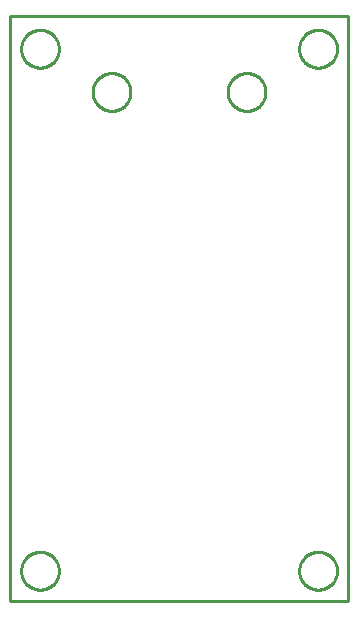
<source format=gbr>
G04 EAGLE Gerber RS-274X export*
G75*
%MOMM*%
%FSLAX34Y34*%
%LPD*%
%IN*%
%IPPOS*%
%AMOC8*
5,1,8,0,0,1.08239X$1,22.5*%
G01*
%ADD10C,0.254000*%


D10*
X0Y0D02*
X286260Y0D01*
X286260Y495200D01*
X0Y495200D01*
X0Y0D01*
X41400Y466836D02*
X41332Y465791D01*
X41195Y464752D01*
X40990Y463725D01*
X40719Y462713D01*
X40383Y461721D01*
X39982Y460753D01*
X39518Y459814D01*
X38995Y458906D01*
X38413Y458035D01*
X37775Y457204D01*
X37084Y456417D01*
X36343Y455676D01*
X35556Y454985D01*
X34725Y454348D01*
X33854Y453766D01*
X32946Y453242D01*
X32007Y452778D01*
X31039Y452377D01*
X30047Y452041D01*
X29035Y451770D01*
X28008Y451565D01*
X26969Y451429D01*
X25924Y451360D01*
X24876Y451360D01*
X23831Y451429D01*
X22792Y451565D01*
X21765Y451770D01*
X20753Y452041D01*
X19761Y452377D01*
X18793Y452778D01*
X17854Y453242D01*
X16946Y453766D01*
X16075Y454348D01*
X15244Y454985D01*
X14457Y455676D01*
X13716Y456417D01*
X13025Y457204D01*
X12388Y458035D01*
X11806Y458906D01*
X11282Y459814D01*
X10818Y460753D01*
X10417Y461721D01*
X10081Y462713D01*
X9810Y463725D01*
X9605Y464752D01*
X9469Y465791D01*
X9400Y466836D01*
X9400Y467884D01*
X9469Y468929D01*
X9605Y469968D01*
X9810Y470995D01*
X10081Y472007D01*
X10417Y472999D01*
X10818Y473967D01*
X11282Y474906D01*
X11806Y475814D01*
X12388Y476685D01*
X13025Y477516D01*
X13716Y478303D01*
X14457Y479044D01*
X15244Y479735D01*
X16075Y480373D01*
X16946Y480955D01*
X17854Y481478D01*
X18793Y481942D01*
X19761Y482343D01*
X20753Y482679D01*
X21765Y482950D01*
X22792Y483155D01*
X23831Y483292D01*
X24876Y483360D01*
X25924Y483360D01*
X26969Y483292D01*
X28008Y483155D01*
X29035Y482950D01*
X30047Y482679D01*
X31039Y482343D01*
X32007Y481942D01*
X32946Y481478D01*
X33854Y480955D01*
X34725Y480373D01*
X35556Y479735D01*
X36343Y479044D01*
X37084Y478303D01*
X37775Y477516D01*
X38413Y476685D01*
X38995Y475814D01*
X39518Y474906D01*
X39982Y473967D01*
X40383Y472999D01*
X40719Y472007D01*
X40990Y470995D01*
X41195Y469968D01*
X41332Y468929D01*
X41400Y467884D01*
X41400Y466836D01*
X276858Y466836D02*
X276790Y465791D01*
X276653Y464752D01*
X276448Y463725D01*
X276177Y462713D01*
X275841Y461721D01*
X275440Y460753D01*
X274976Y459814D01*
X274453Y458906D01*
X273871Y458035D01*
X273233Y457204D01*
X272542Y456417D01*
X271801Y455676D01*
X271014Y454985D01*
X270183Y454348D01*
X269312Y453766D01*
X268404Y453242D01*
X267465Y452778D01*
X266497Y452377D01*
X265505Y452041D01*
X264493Y451770D01*
X263466Y451565D01*
X262427Y451429D01*
X261382Y451360D01*
X260334Y451360D01*
X259289Y451429D01*
X258250Y451565D01*
X257223Y451770D01*
X256211Y452041D01*
X255219Y452377D01*
X254251Y452778D01*
X253312Y453242D01*
X252404Y453766D01*
X251533Y454348D01*
X250702Y454985D01*
X249915Y455676D01*
X249174Y456417D01*
X248483Y457204D01*
X247846Y458035D01*
X247264Y458906D01*
X246740Y459814D01*
X246276Y460753D01*
X245875Y461721D01*
X245539Y462713D01*
X245268Y463725D01*
X245063Y464752D01*
X244927Y465791D01*
X244858Y466836D01*
X244858Y467884D01*
X244927Y468929D01*
X245063Y469968D01*
X245268Y470995D01*
X245539Y472007D01*
X245875Y472999D01*
X246276Y473967D01*
X246740Y474906D01*
X247264Y475814D01*
X247846Y476685D01*
X248483Y477516D01*
X249174Y478303D01*
X249915Y479044D01*
X250702Y479735D01*
X251533Y480373D01*
X252404Y480955D01*
X253312Y481478D01*
X254251Y481942D01*
X255219Y482343D01*
X256211Y482679D01*
X257223Y482950D01*
X258250Y483155D01*
X259289Y483292D01*
X260334Y483360D01*
X261382Y483360D01*
X262427Y483292D01*
X263466Y483155D01*
X264493Y482950D01*
X265505Y482679D01*
X266497Y482343D01*
X267465Y481942D01*
X268404Y481478D01*
X269312Y480955D01*
X270183Y480373D01*
X271014Y479735D01*
X271801Y479044D01*
X272542Y478303D01*
X273233Y477516D01*
X273871Y476685D01*
X274453Y475814D01*
X274976Y474906D01*
X275440Y473967D01*
X275841Y472999D01*
X276177Y472007D01*
X276448Y470995D01*
X276653Y469968D01*
X276790Y468929D01*
X276858Y467884D01*
X276858Y466836D01*
X276858Y24876D02*
X276790Y23831D01*
X276653Y22792D01*
X276448Y21765D01*
X276177Y20753D01*
X275841Y19761D01*
X275440Y18793D01*
X274976Y17854D01*
X274453Y16946D01*
X273871Y16075D01*
X273233Y15244D01*
X272542Y14457D01*
X271801Y13716D01*
X271014Y13025D01*
X270183Y12388D01*
X269312Y11806D01*
X268404Y11282D01*
X267465Y10818D01*
X266497Y10417D01*
X265505Y10081D01*
X264493Y9810D01*
X263466Y9605D01*
X262427Y9469D01*
X261382Y9400D01*
X260334Y9400D01*
X259289Y9469D01*
X258250Y9605D01*
X257223Y9810D01*
X256211Y10081D01*
X255219Y10417D01*
X254251Y10818D01*
X253312Y11282D01*
X252404Y11806D01*
X251533Y12388D01*
X250702Y13025D01*
X249915Y13716D01*
X249174Y14457D01*
X248483Y15244D01*
X247846Y16075D01*
X247264Y16946D01*
X246740Y17854D01*
X246276Y18793D01*
X245875Y19761D01*
X245539Y20753D01*
X245268Y21765D01*
X245063Y22792D01*
X244927Y23831D01*
X244858Y24876D01*
X244858Y25924D01*
X244927Y26969D01*
X245063Y28008D01*
X245268Y29035D01*
X245539Y30047D01*
X245875Y31039D01*
X246276Y32007D01*
X246740Y32946D01*
X247264Y33854D01*
X247846Y34725D01*
X248483Y35556D01*
X249174Y36343D01*
X249915Y37084D01*
X250702Y37775D01*
X251533Y38413D01*
X252404Y38995D01*
X253312Y39518D01*
X254251Y39982D01*
X255219Y40383D01*
X256211Y40719D01*
X257223Y40990D01*
X258250Y41195D01*
X259289Y41332D01*
X260334Y41400D01*
X261382Y41400D01*
X262427Y41332D01*
X263466Y41195D01*
X264493Y40990D01*
X265505Y40719D01*
X266497Y40383D01*
X267465Y39982D01*
X268404Y39518D01*
X269312Y38995D01*
X270183Y38413D01*
X271014Y37775D01*
X271801Y37084D01*
X272542Y36343D01*
X273233Y35556D01*
X273871Y34725D01*
X274453Y33854D01*
X274976Y32946D01*
X275440Y32007D01*
X275841Y31039D01*
X276177Y30047D01*
X276448Y29035D01*
X276653Y28008D01*
X276790Y26969D01*
X276858Y25924D01*
X276858Y24876D01*
X41400Y24876D02*
X41332Y23831D01*
X41195Y22792D01*
X40990Y21765D01*
X40719Y20753D01*
X40383Y19761D01*
X39982Y18793D01*
X39518Y17854D01*
X38995Y16946D01*
X38413Y16075D01*
X37775Y15244D01*
X37084Y14457D01*
X36343Y13716D01*
X35556Y13025D01*
X34725Y12388D01*
X33854Y11806D01*
X32946Y11282D01*
X32007Y10818D01*
X31039Y10417D01*
X30047Y10081D01*
X29035Y9810D01*
X28008Y9605D01*
X26969Y9469D01*
X25924Y9400D01*
X24876Y9400D01*
X23831Y9469D01*
X22792Y9605D01*
X21765Y9810D01*
X20753Y10081D01*
X19761Y10417D01*
X18793Y10818D01*
X17854Y11282D01*
X16946Y11806D01*
X16075Y12388D01*
X15244Y13025D01*
X14457Y13716D01*
X13716Y14457D01*
X13025Y15244D01*
X12388Y16075D01*
X11806Y16946D01*
X11282Y17854D01*
X10818Y18793D01*
X10417Y19761D01*
X10081Y20753D01*
X9810Y21765D01*
X9605Y22792D01*
X9469Y23831D01*
X9400Y24876D01*
X9400Y25924D01*
X9469Y26969D01*
X9605Y28008D01*
X9810Y29035D01*
X10081Y30047D01*
X10417Y31039D01*
X10818Y32007D01*
X11282Y32946D01*
X11806Y33854D01*
X12388Y34725D01*
X13025Y35556D01*
X13716Y36343D01*
X14457Y37084D01*
X15244Y37775D01*
X16075Y38413D01*
X16946Y38995D01*
X17854Y39518D01*
X18793Y39982D01*
X19761Y40383D01*
X20753Y40719D01*
X21765Y40990D01*
X22792Y41195D01*
X23831Y41332D01*
X24876Y41400D01*
X25924Y41400D01*
X26969Y41332D01*
X28008Y41195D01*
X29035Y40990D01*
X30047Y40719D01*
X31039Y40383D01*
X32007Y39982D01*
X32946Y39518D01*
X33854Y38995D01*
X34725Y38413D01*
X35556Y37775D01*
X36343Y37084D01*
X37084Y36343D01*
X37775Y35556D01*
X38413Y34725D01*
X38995Y33854D01*
X39518Y32946D01*
X39982Y32007D01*
X40383Y31039D01*
X40719Y30047D01*
X40990Y29035D01*
X41195Y28008D01*
X41332Y26969D01*
X41400Y25924D01*
X41400Y24876D01*
X184279Y431308D02*
X184348Y432353D01*
X184484Y433392D01*
X184689Y434419D01*
X184960Y435431D01*
X185296Y436423D01*
X185697Y437391D01*
X186161Y438330D01*
X186685Y439238D01*
X187267Y440109D01*
X187904Y440940D01*
X188595Y441727D01*
X189336Y442468D01*
X190123Y443159D01*
X190954Y443797D01*
X191825Y444379D01*
X192733Y444902D01*
X193672Y445366D01*
X194640Y445767D01*
X195632Y446103D01*
X196644Y446374D01*
X197671Y446579D01*
X198710Y446716D01*
X199755Y446784D01*
X200803Y446784D01*
X201848Y446716D01*
X202887Y446579D01*
X203914Y446374D01*
X204926Y446103D01*
X205918Y445767D01*
X206886Y445366D01*
X207825Y444902D01*
X208733Y444379D01*
X209604Y443797D01*
X210435Y443159D01*
X211222Y442468D01*
X211963Y441727D01*
X212654Y440940D01*
X213292Y440109D01*
X213874Y439238D01*
X214397Y438330D01*
X214861Y437391D01*
X215262Y436423D01*
X215598Y435431D01*
X215869Y434419D01*
X216074Y433392D01*
X216211Y432353D01*
X216279Y431308D01*
X216279Y430260D01*
X216211Y429215D01*
X216074Y428176D01*
X215869Y427149D01*
X215598Y426137D01*
X215262Y425145D01*
X214861Y424177D01*
X214397Y423238D01*
X213874Y422330D01*
X213292Y421459D01*
X212654Y420628D01*
X211963Y419841D01*
X211222Y419100D01*
X210435Y418409D01*
X209604Y417772D01*
X208733Y417190D01*
X207825Y416666D01*
X206886Y416202D01*
X205918Y415801D01*
X204926Y415465D01*
X203914Y415194D01*
X202887Y414989D01*
X201848Y414853D01*
X200803Y414784D01*
X199755Y414784D01*
X198710Y414853D01*
X197671Y414989D01*
X196644Y415194D01*
X195632Y415465D01*
X194640Y415801D01*
X193672Y416202D01*
X192733Y416666D01*
X191825Y417190D01*
X190954Y417772D01*
X190123Y418409D01*
X189336Y419100D01*
X188595Y419841D01*
X187904Y420628D01*
X187267Y421459D01*
X186685Y422330D01*
X186161Y423238D01*
X185697Y424177D01*
X185296Y425145D01*
X184960Y426137D01*
X184689Y427149D01*
X184484Y428176D01*
X184348Y429215D01*
X184279Y430260D01*
X184279Y431308D01*
X69979Y431308D02*
X70048Y432353D01*
X70184Y433392D01*
X70389Y434419D01*
X70660Y435431D01*
X70996Y436423D01*
X71397Y437391D01*
X71861Y438330D01*
X72385Y439238D01*
X72967Y440109D01*
X73604Y440940D01*
X74295Y441727D01*
X75036Y442468D01*
X75823Y443159D01*
X76654Y443797D01*
X77525Y444379D01*
X78433Y444902D01*
X79372Y445366D01*
X80340Y445767D01*
X81332Y446103D01*
X82344Y446374D01*
X83371Y446579D01*
X84410Y446716D01*
X85455Y446784D01*
X86503Y446784D01*
X87548Y446716D01*
X88587Y446579D01*
X89614Y446374D01*
X90626Y446103D01*
X91618Y445767D01*
X92586Y445366D01*
X93525Y444902D01*
X94433Y444379D01*
X95304Y443797D01*
X96135Y443159D01*
X96922Y442468D01*
X97663Y441727D01*
X98354Y440940D01*
X98992Y440109D01*
X99574Y439238D01*
X100097Y438330D01*
X100561Y437391D01*
X100962Y436423D01*
X101298Y435431D01*
X101569Y434419D01*
X101774Y433392D01*
X101911Y432353D01*
X101979Y431308D01*
X101979Y430260D01*
X101911Y429215D01*
X101774Y428176D01*
X101569Y427149D01*
X101298Y426137D01*
X100962Y425145D01*
X100561Y424177D01*
X100097Y423238D01*
X99574Y422330D01*
X98992Y421459D01*
X98354Y420628D01*
X97663Y419841D01*
X96922Y419100D01*
X96135Y418409D01*
X95304Y417772D01*
X94433Y417190D01*
X93525Y416666D01*
X92586Y416202D01*
X91618Y415801D01*
X90626Y415465D01*
X89614Y415194D01*
X88587Y414989D01*
X87548Y414853D01*
X86503Y414784D01*
X85455Y414784D01*
X84410Y414853D01*
X83371Y414989D01*
X82344Y415194D01*
X81332Y415465D01*
X80340Y415801D01*
X79372Y416202D01*
X78433Y416666D01*
X77525Y417190D01*
X76654Y417772D01*
X75823Y418409D01*
X75036Y419100D01*
X74295Y419841D01*
X73604Y420628D01*
X72967Y421459D01*
X72385Y422330D01*
X71861Y423238D01*
X71397Y424177D01*
X70996Y425145D01*
X70660Y426137D01*
X70389Y427149D01*
X70184Y428176D01*
X70048Y429215D01*
X69979Y430260D01*
X69979Y431308D01*
M02*

</source>
